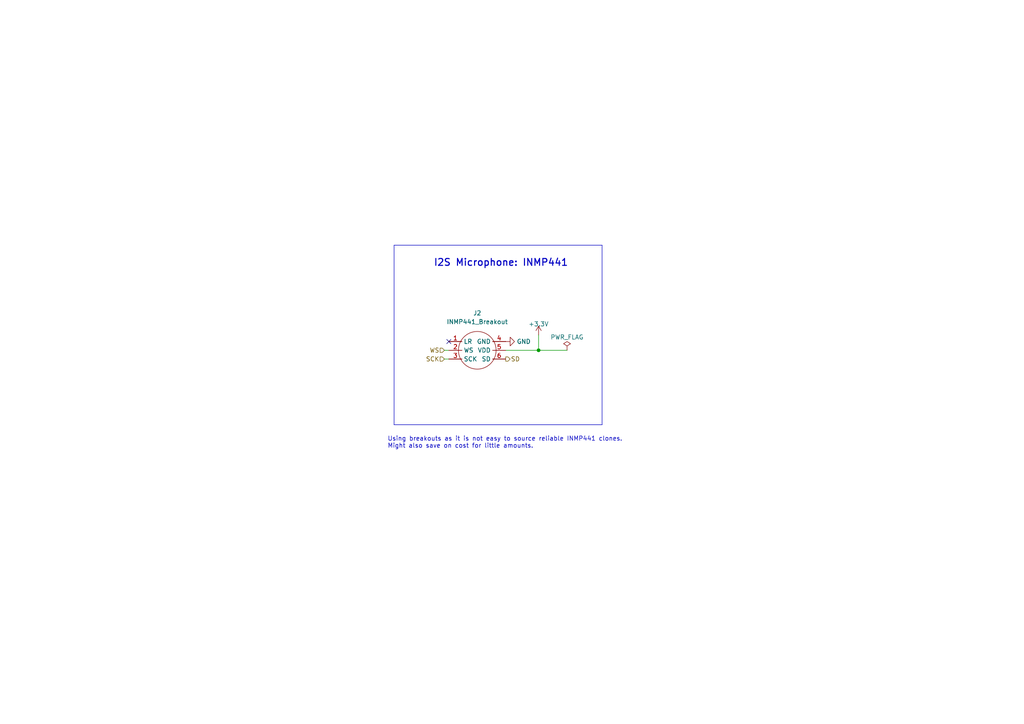
<source format=kicad_sch>
(kicad_sch (version 20230121) (generator eeschema)

  (uuid 379b1161-299e-4869-88a3-abe7ca3d1746)

  (paper "A4")

  (lib_symbols
    (symbol "0000:INMP441_Breakout" (in_bom yes) (on_board yes)
      (property "Reference" "J" (at 13.97 -1.27 0)
        (effects (font (size 1.27 1.27)))
      )
      (property "Value" "INMP441_Breakout" (at 13.97 -3.81 0)
        (effects (font (size 1.27 1.27)))
      )
      (property "Footprint" "0000:INMP441_Breakout" (at 13.97 -3.81 0)
        (effects (font (size 1.27 1.27)) hide)
      )
      (property "Datasheet" "" (at 13.97 -1.27 0)
        (effects (font (size 1.27 1.27)) hide)
      )
      (symbol "INMP441_Breakout_0_1"
        (circle (center 13.97 -11.43) (radius 5.4625)
          (stroke (width 0) (type default))
          (fill (type none))
        )
      )
      (symbol "INMP441_Breakout_1_1"
        (pin passive line (at 5.715 -8.89 0) (length 3.81)
          (name "LR" (effects (font (size 1.27 1.27))))
          (number "1" (effects (font (size 1.27 1.27))))
        )
        (pin passive line (at 5.715 -11.43 0) (length 3.81)
          (name "WS" (effects (font (size 1.27 1.27))))
          (number "2" (effects (font (size 1.27 1.27))))
        )
        (pin passive line (at 5.715 -13.97 0) (length 3.81)
          (name "SCK" (effects (font (size 1.27 1.27))))
          (number "3" (effects (font (size 1.27 1.27))))
        )
        (pin passive line (at 22.225 -8.89 180) (length 3.81)
          (name "GND" (effects (font (size 1.27 1.27))))
          (number "4" (effects (font (size 1.27 1.27))))
        )
        (pin passive line (at 22.225 -11.43 180) (length 3.81)
          (name "VDD" (effects (font (size 1.27 1.27))))
          (number "5" (effects (font (size 1.27 1.27))))
        )
        (pin passive line (at 22.225 -13.97 180) (length 3.81)
          (name "SD" (effects (font (size 1.27 1.27))))
          (number "6" (effects (font (size 1.27 1.27))))
        )
      )
    )
    (symbol "power:+3.3V" (power) (pin_names (offset 0)) (in_bom yes) (on_board yes)
      (property "Reference" "#PWR" (at 0 -3.81 0)
        (effects (font (size 1.27 1.27)) hide)
      )
      (property "Value" "+3.3V" (at 0 3.556 0)
        (effects (font (size 1.27 1.27)))
      )
      (property "Footprint" "" (at 0 0 0)
        (effects (font (size 1.27 1.27)) hide)
      )
      (property "Datasheet" "" (at 0 0 0)
        (effects (font (size 1.27 1.27)) hide)
      )
      (property "ki_keywords" "global power" (at 0 0 0)
        (effects (font (size 1.27 1.27)) hide)
      )
      (property "ki_description" "Power symbol creates a global label with name \"+3.3V\"" (at 0 0 0)
        (effects (font (size 1.27 1.27)) hide)
      )
      (symbol "+3.3V_0_1"
        (polyline
          (pts
            (xy -0.762 1.27)
            (xy 0 2.54)
          )
          (stroke (width 0) (type default))
          (fill (type none))
        )
        (polyline
          (pts
            (xy 0 0)
            (xy 0 2.54)
          )
          (stroke (width 0) (type default))
          (fill (type none))
        )
        (polyline
          (pts
            (xy 0 2.54)
            (xy 0.762 1.27)
          )
          (stroke (width 0) (type default))
          (fill (type none))
        )
      )
      (symbol "+3.3V_1_1"
        (pin power_in line (at 0 0 90) (length 0) hide
          (name "+3.3V" (effects (font (size 1.27 1.27))))
          (number "1" (effects (font (size 1.27 1.27))))
        )
      )
    )
    (symbol "power:GND" (power) (pin_names (offset 0)) (in_bom yes) (on_board yes)
      (property "Reference" "#PWR" (at 0 -6.35 0)
        (effects (font (size 1.27 1.27)) hide)
      )
      (property "Value" "GND" (at 0 -3.81 0)
        (effects (font (size 1.27 1.27)))
      )
      (property "Footprint" "" (at 0 0 0)
        (effects (font (size 1.27 1.27)) hide)
      )
      (property "Datasheet" "" (at 0 0 0)
        (effects (font (size 1.27 1.27)) hide)
      )
      (property "ki_keywords" "global power" (at 0 0 0)
        (effects (font (size 1.27 1.27)) hide)
      )
      (property "ki_description" "Power symbol creates a global label with name \"GND\" , ground" (at 0 0 0)
        (effects (font (size 1.27 1.27)) hide)
      )
      (symbol "GND_0_1"
        (polyline
          (pts
            (xy 0 0)
            (xy 0 -1.27)
            (xy 1.27 -1.27)
            (xy 0 -2.54)
            (xy -1.27 -1.27)
            (xy 0 -1.27)
          )
          (stroke (width 0) (type default))
          (fill (type none))
        )
      )
      (symbol "GND_1_1"
        (pin power_in line (at 0 0 270) (length 0) hide
          (name "GND" (effects (font (size 1.27 1.27))))
          (number "1" (effects (font (size 1.27 1.27))))
        )
      )
    )
    (symbol "power:PWR_FLAG" (power) (pin_numbers hide) (pin_names (offset 0) hide) (in_bom yes) (on_board yes)
      (property "Reference" "#FLG" (at 0 1.905 0)
        (effects (font (size 1.27 1.27)) hide)
      )
      (property "Value" "PWR_FLAG" (at 0 3.81 0)
        (effects (font (size 1.27 1.27)))
      )
      (property "Footprint" "" (at 0 0 0)
        (effects (font (size 1.27 1.27)) hide)
      )
      (property "Datasheet" "~" (at 0 0 0)
        (effects (font (size 1.27 1.27)) hide)
      )
      (property "ki_keywords" "flag power" (at 0 0 0)
        (effects (font (size 1.27 1.27)) hide)
      )
      (property "ki_description" "Special symbol for telling ERC where power comes from" (at 0 0 0)
        (effects (font (size 1.27 1.27)) hide)
      )
      (symbol "PWR_FLAG_0_0"
        (pin power_out line (at 0 0 90) (length 0)
          (name "pwr" (effects (font (size 1.27 1.27))))
          (number "1" (effects (font (size 1.27 1.27))))
        )
      )
      (symbol "PWR_FLAG_0_1"
        (polyline
          (pts
            (xy 0 0)
            (xy 0 1.27)
            (xy -1.016 1.905)
            (xy 0 2.54)
            (xy 1.016 1.905)
            (xy 0 1.27)
          )
          (stroke (width 0) (type default))
          (fill (type none))
        )
      )
    )
  )

  (junction (at 156.21 101.6) (diameter 0) (color 0 0 0 0)
    (uuid f5a29c9a-9e9e-4cdf-b9f3-06c0a117d224)
  )

  (no_connect (at 130.175 99.06) (uuid 99ba2426-2d93-4270-89ea-104211c055a1))

  (polyline (pts (xy 174.625 123.19) (xy 174.625 71.12))
    (stroke (width 0) (type default))
    (uuid 645bb2e4-0077-41cb-8e69-aee5c51542e5)
  )

  (wire (pts (xy 146.685 101.6) (xy 156.21 101.6))
    (stroke (width 0) (type default))
    (uuid 97de2fba-e2d2-4524-acf8-a5b425f3bcd5)
  )
  (wire (pts (xy 156.21 97.155) (xy 156.21 101.6))
    (stroke (width 0) (type default))
    (uuid 9922ee7c-0bf4-4f53-8ec5-b2f98f554da2)
  )
  (polyline (pts (xy 174.625 71.12) (xy 114.3 71.12))
    (stroke (width 0) (type default))
    (uuid b843faa6-69d4-4e32-9a47-79e7ce544040)
  )

  (wire (pts (xy 128.905 104.14) (xy 130.175 104.14))
    (stroke (width 0) (type default))
    (uuid bcfeaaf8-20e2-4e24-b4dd-e7b4f309cfcc)
  )
  (wire (pts (xy 164.465 101.6) (xy 156.21 101.6))
    (stroke (width 0) (type default))
    (uuid c755f692-dfae-42e4-a0d3-f03e45490979)
  )
  (polyline (pts (xy 114.3 123.19) (xy 174.625 123.19))
    (stroke (width 0) (type default))
    (uuid d61ac9c8-2eb4-405d-abc9-c4e50278a7f2)
  )

  (wire (pts (xy 128.905 101.6) (xy 130.175 101.6))
    (stroke (width 0) (type default))
    (uuid e4f757b7-47b4-4e99-a2cf-53f2670da392)
  )
  (polyline (pts (xy 114.3 71.12) (xy 114.3 123.19))
    (stroke (width 0) (type default))
    (uuid fb596b54-71c6-4eeb-8fc3-e1a4ea3cf360)
  )

  (text "Using breakouts as it is not easy to source reliable INMP441 clones.\nMight also save on cost for little amounts."
    (at 112.395 130.175 0)
    (effects (font (size 1.27 1.27)) (justify left bottom))
    (uuid 34f5a95f-e792-4fab-aa37-2a5bcedc83e1)
  )
  (text "I2S Microphone: INMP441" (at 125.73 77.47 0)
    (effects (font (size 2 2) (thickness 0.3) bold) (justify left bottom))
    (uuid 70bac161-083d-49f5-a432-bbc9eb2dc459)
  )

  (hierarchical_label "SD" (shape output) (at 146.685 104.14 0) (fields_autoplaced)
    (effects (font (size 1.27 1.27)) (justify left))
    (uuid 23fc6d1e-925e-4007-9562-f11782193d9d)
  )
  (hierarchical_label "WS" (shape input) (at 128.905 101.6 180) (fields_autoplaced)
    (effects (font (size 1.27 1.27)) (justify right))
    (uuid 34a04afc-30cc-48e0-a4a9-3ecb8cfd6eac)
  )
  (hierarchical_label "SCK" (shape input) (at 128.905 104.14 180) (fields_autoplaced)
    (effects (font (size 1.27 1.27)) (justify right))
    (uuid dcee2924-7928-4c0e-98d6-995a1848d1be)
  )

  (symbol (lib_id "0000:INMP441_Breakout") (at 124.46 90.17 0) (unit 1)
    (in_bom yes) (on_board yes) (dnp no) (fields_autoplaced)
    (uuid 96503d75-857a-4240-bbae-4e1ae082eaa7)
    (property "Reference" "J2" (at 138.43 90.805 0)
      (effects (font (size 1.27 1.27)))
    )
    (property "Value" "INMP441_Breakout" (at 138.43 93.345 0)
      (effects (font (size 1.27 1.27)))
    )
    (property "Footprint" "0000:INMP441_Breakout" (at 138.43 91.44 0)
      (effects (font (size 1.27 1.27)) hide)
    )
    (property "Datasheet" "" (at 138.43 91.44 0)
      (effects (font (size 1.27 1.27)) hide)
    )
    (pin "1" (uuid 52d160b2-c4d2-4e39-b07b-8c7376649273))
    (pin "2" (uuid 976ce1aa-6f84-43fe-874b-711ac1ac38fa))
    (pin "3" (uuid 8ffbc600-5c03-474b-9561-b6229733c18b))
    (pin "4" (uuid 501cfd68-3cbb-4396-b388-31f05521af65))
    (pin "5" (uuid c90a403a-1bf0-4ad2-bc01-57948688bd0a))
    (pin "6" (uuid f97b87fd-aabc-4b86-852e-14a98c093f05))
    (instances
      (project "MoodLamp"
        (path "/e63e39d7-6ac0-4ffd-8aa3-1841a4541b55"
          (reference "J2") (unit 1)
        )
        (path "/e63e39d7-6ac0-4ffd-8aa3-1841a4541b55/e9f2fe34-de40-4860-808e-3ba07d8b498f"
          (reference "J2") (unit 1)
        )
      )
    )
  )

  (symbol (lib_id "power:+3.3V") (at 156.21 97.155 0) (unit 1)
    (in_bom yes) (on_board yes) (dnp no) (fields_autoplaced)
    (uuid 9d28f107-c9c0-4e0b-89c1-a318d1aa316c)
    (property "Reference" "#PWR021" (at 156.21 100.965 0)
      (effects (font (size 1.27 1.27)) hide)
    )
    (property "Value" "+3.3V" (at 156.21 93.98 0)
      (effects (font (size 1.27 1.27)))
    )
    (property "Footprint" "" (at 156.21 97.155 0)
      (effects (font (size 1.27 1.27)) hide)
    )
    (property "Datasheet" "" (at 156.21 97.155 0)
      (effects (font (size 1.27 1.27)) hide)
    )
    (pin "1" (uuid d3646096-ec06-4cdf-8f3a-f78895404c0c))
    (instances
      (project "MoodLamp"
        (path "/e63e39d7-6ac0-4ffd-8aa3-1841a4541b55/e9f2fe34-de40-4860-808e-3ba07d8b498f"
          (reference "#PWR021") (unit 1)
        )
      )
    )
  )

  (symbol (lib_id "power:GND") (at 146.685 99.06 90) (unit 1)
    (in_bom yes) (on_board yes) (dnp no)
    (uuid c4d1a773-56c1-4ebd-873c-45c927c95bbb)
    (property "Reference" "#PWR03" (at 153.035 99.06 0)
      (effects (font (size 1.27 1.27)) hide)
    )
    (property "Value" "GND" (at 149.86 99.06 90)
      (effects (font (size 1.27 1.27)) (justify right))
    )
    (property "Footprint" "" (at 146.685 99.06 0)
      (effects (font (size 1.27 1.27)) hide)
    )
    (property "Datasheet" "" (at 146.685 99.06 0)
      (effects (font (size 1.27 1.27)) hide)
    )
    (pin "1" (uuid bc12d337-e2bf-4381-9034-05e0eeee32b3))
    (instances
      (project "MoodLamp"
        (path "/e63e39d7-6ac0-4ffd-8aa3-1841a4541b55"
          (reference "#PWR03") (unit 1)
        )
        (path "/e63e39d7-6ac0-4ffd-8aa3-1841a4541b55/e9f2fe34-de40-4860-808e-3ba07d8b498f"
          (reference "#PWR03") (unit 1)
        )
      )
    )
  )

  (symbol (lib_id "power:PWR_FLAG") (at 164.465 101.6 0) (unit 1)
    (in_bom yes) (on_board yes) (dnp no)
    (uuid c4d81456-ce33-4440-971a-d8b71fcf5ded)
    (property "Reference" "#FLG03" (at 164.465 99.695 0)
      (effects (font (size 1.27 1.27)) hide)
    )
    (property "Value" "PWR_FLAG" (at 164.465 97.79 0)
      (effects (font (size 1.27 1.27)))
    )
    (property "Footprint" "" (at 164.465 101.6 0)
      (effects (font (size 1.27 1.27)) hide)
    )
    (property "Datasheet" "~" (at 164.465 101.6 0)
      (effects (font (size 1.27 1.27)) hide)
    )
    (pin "1" (uuid 8d562d76-6f94-4d34-aead-551fb698b6e1))
    (instances
      (project "MoodLamp"
        (path "/e63e39d7-6ac0-4ffd-8aa3-1841a4541b55/116c8b06-fbae-4313-ba9b-114da86d9aa2"
          (reference "#FLG03") (unit 1)
        )
        (path "/e63e39d7-6ac0-4ffd-8aa3-1841a4541b55/e9f2fe34-de40-4860-808e-3ba07d8b498f"
          (reference "#FLG03") (unit 1)
        )
      )
    )
  )
)

</source>
